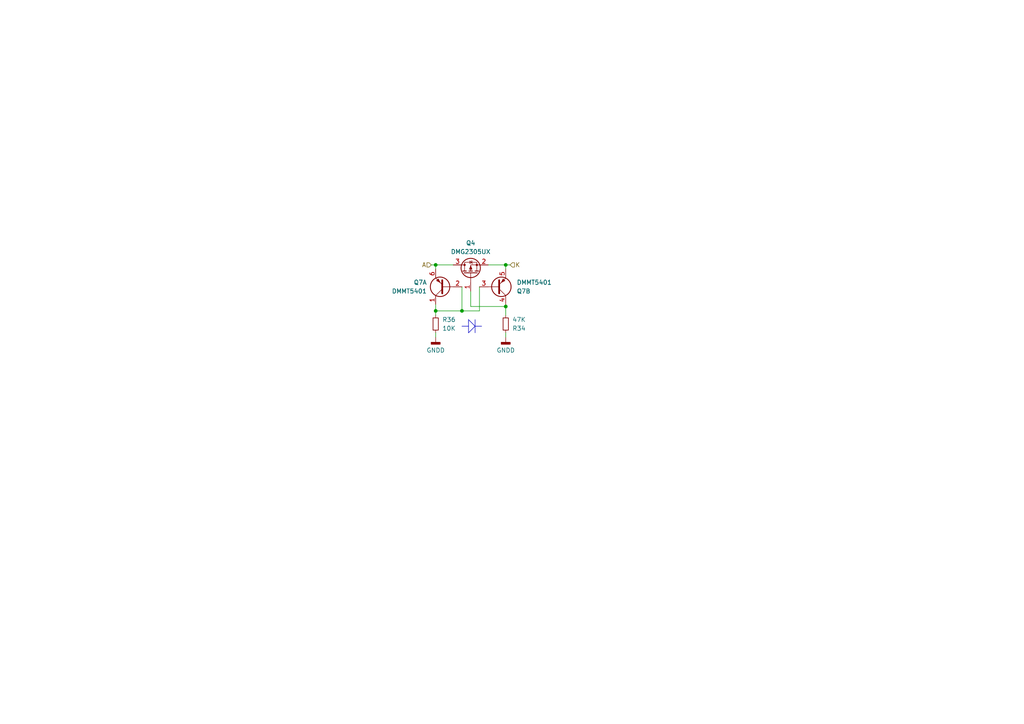
<source format=kicad_sch>
(kicad_sch (version 20231120) (generator "eeschema") (generator_version "8.0")
  (paper "A4")
  (lib_symbols
    (symbol "Device:Q_Dual_PNP_PNP_C1B1B2C2E2E1" (pin_names (offset 0) hide)
      (property "Reference" "Q" (at 5.08 1.27 0))
      (property "Value" "Q_Dual_PNP_PNP_C1B1B2C2E2E1" (at 5.08 -1.27 0))
      (symbol "Q_Dual_PNP_PNP_C1B1B2C2E2E1_0_1"
        (polyline (pts (xy 0.635 0) (xy -2.54 0)))
        (polyline (pts (xy 0.635 0.635) (xy 2.54 2.54)))
        (polyline (pts (xy 0.635 -0.635) (xy 2.54 -2.54) (xy 2.54 -2.54)))
        (polyline (pts (xy 0.635 1.905) (xy 0.635 -1.905) (xy 0.635 -1.905)) (stroke (width 0.508)))
        (polyline (pts (xy 2.286 -1.778) (xy 1.778 -2.286) (xy 1.27 -1.27) (xy 2.286 -1.778) (xy 2.286 -1.778)) (fill (type outline)))
        (circle (center 1.27 0) (radius 2.8194) (stroke (width 0.254)))
      )
      (symbol "Q_Dual_PNP_PNP_C1B1B2C2E2E1_1_1"
        (pin passive line (at 2.54 5.08 270) (length 2.54) (name "C1") (number "1"))
        (pin input line (at -5.08 0 0) (length 2.54) (name "B1") (number "2"))
        (pin passive line (at 2.54 -5.08 90) (length 2.54) (name "E1") (number "6"))
      )
      (symbol "Q_Dual_PNP_PNP_C1B1B2C2E2E1_2_1"
        (pin input line (at -5.08 0 0) (length 2.54) (name "B2") (number "3"))
        (pin passive line (at 2.54 5.08 270) (length 2.54) (name "C2") (number "4"))
        (pin passive line (at 2.54 -5.08 90) (length 2.54) (name "E2") (number "5"))
      )
    )
    (symbol "Device:Q_PMOS_GSD" (pin_names (offset 0) hide)
      (property "Reference" "Q" (at 5.08 1.27 0))
      (property "Value" "Q_PMOS_GSD" (at 5.08 -1.27 0))
      (symbol "Q_PMOS_GSD_0_1"
        (polyline (pts (xy 0.254 0) (xy -2.54 0)))
        (polyline (pts (xy 0.254 1.905) (xy 0.254 -1.905)) (stroke (width 0.254)))
        (polyline (pts (xy 0.762 -1.27) (xy 0.762 -2.286)) (stroke (width 0.254)))
        (polyline (pts (xy 0.762 0.508) (xy 0.762 -0.508)) (stroke (width 0.254)))
        (polyline (pts (xy 0.762 2.286) (xy 0.762 1.27)) (stroke (width 0.254)))
        (polyline (pts (xy 2.54 2.54) (xy 2.54 1.778)))
        (polyline (pts (xy 2.54 -2.54) (xy 2.54 0) (xy 0.762 0)))
        (polyline (pts (xy 0.762 1.778) (xy 3.302 1.778) (xy 3.302 -1.778) (xy 0.762 -1.778)))
        (polyline (pts (xy 2.286 0) (xy 1.27 0.381) (xy 1.27 -0.381) (xy 2.286 0)) (fill (type outline)))
        (polyline (pts (xy 2.794 -0.508) (xy 2.921 -0.381) (xy 3.683 -0.381) (xy 3.81 -0.254)))
        (polyline (pts (xy 3.302 -0.381) (xy 2.921 0.254) (xy 3.683 0.254) (xy 3.302 -0.381)))
        (circle (center 1.651 0) (radius 2.794) (stroke (width 0.254)))
        (circle (center 2.54 -1.778) (radius 0.254) (fill (type outline)))
        (circle (center 2.54 1.778) (radius 0.254) (fill (type outline)))
      )
      (symbol "Q_PMOS_GSD_1_1"
        (pin input line (at -5.08 0 0) (length 2.54) (name "G") (number "1"))
        (pin passive line (at 2.54 -5.08 90) (length 2.54) (name "S") (number "2"))
        (pin passive line (at 2.54 5.08 270) (length 2.54) (name "D") (number "3"))
      )
    )
    (symbol "Device:R_Small" (pin_numbers hide) (pin_names (offset 0.254) hide)
      (property "Reference" "R" (at 0.762 0.508 0))
      (property "Value" "R_Small" (at 0.762 -1.016 0))
      (symbol "R_Small_0_1"
        (rectangle (start -0.762 1.778) (end 0.762 -1.778) (stroke (width 0.2032)))
      )
      (symbol "R_Small_1_1"
        (pin passive line (at 0 2.54 270) (length 0.762) (name "~") (number "1"))
        (pin passive line (at 0 -2.54 90) (length 0.762) (name "~") (number "2"))
      )
    )
    (symbol "power:GNDD" (power) (pin_names (offset 0))
      (property "Value" "GNDD" (at 0 -3.175 0))
      (symbol "GNDD_0_1"
        (rectangle (start -1.27 -1.524) (end 1.27 -2.032) (stroke (width 0.254)) (fill (type outline)))
        (polyline (pts (xy 0 0) (xy 0 -1.524)))
      )
      (symbol "GNDD_1_1"
        (pin power_in line (at 0 0 270) (length 0) hide (name "GNDD") (number "1"))
      )
    )
  )
  (junction (at 126.365 90.17))
  (junction (at 133.985 90.17))
  (junction (at 146.685 88.9))
  (junction (at 146.685 76.835))
  (junction (at 126.365 76.835))
  (polyline (pts (xy 137.795 94.615) (xy 139.7 94.615)))
  (wire (pts (xy 146.685 88.9) (xy 146.685 91.44)))
  (wire (pts (xy 136.525 88.9) (xy 146.685 88.9)))
  (wire (pts (xy 146.685 88.9) (xy 146.685 88.265)))
  (wire (pts (xy 139.065 83.185) (xy 139.065 90.17)))
  (polyline (pts (xy 133.985 94.615) (xy 135.89 94.615)))
  (wire (pts (xy 126.365 90.17) (xy 133.985 90.17)))
  (polyline (pts (xy 137.795 94.615) (xy 135.89 92.71)))
  (wire (pts (xy 126.365 90.17) (xy 126.365 91.44)))
  (wire (pts (xy 146.685 76.835) (xy 147.955 76.835)))
  (wire (pts (xy 146.685 76.835) (xy 146.685 78.105)))
  (polyline (pts (xy 135.89 93.345) (xy 135.89 96.52)))
  (polyline (pts (xy 137.795 92.71) (xy 137.795 96.52)))
  (wire (pts (xy 136.525 84.455) (xy 136.525 88.9)))
  (wire (pts (xy 133.985 83.185) (xy 133.985 90.17)))
  (polyline (pts (xy 135.89 96.52) (xy 137.795 94.615)))
  (wire (pts (xy 133.985 90.17) (xy 139.065 90.17)))
  (wire (pts (xy 141.605 76.835) (xy 146.685 76.835)))
  (wire (pts (xy 126.365 76.835) (xy 126.365 78.105)))
  (wire (pts (xy 146.685 96.52) (xy 146.685 97.79)))
  (wire (pts (xy 125.095 76.835) (xy 126.365 76.835)))
  (wire (pts (xy 131.445 76.835) (xy 126.365 76.835)))
  (wire (pts (xy 126.365 88.265) (xy 126.365 90.17)))
  (polyline (pts (xy 135.89 92.71) (xy 135.89 93.345)))
  (wire (pts (xy 126.365 96.52) (xy 126.365 97.79)))
  (hierarchical_label "A" (shape input) (at 125.095 76.835 180))
  (hierarchical_label "K" (shape input) (at 147.955 76.835 0))
  (symbol (lib_id "Device:R_Small") (at 126.365 93.98 0) (unit 1)
    (property "Reference" "R36" (at 128.27 92.71 0) (effects (justify left)))
    (property "Value" "10K" (at 128.27 95.25 0) (effects (justify left)))
    (property "Footprint" "Resistor_SMD:R_0805_2012Metric" (effects (hide yes)))
    (property "LCSC" "C17414" (effects (hide yes)))
    (property "Inventory" "B" (effects (hide yes)))
  )
  (symbol (lib_id "Device:Q_Dual_PNP_PNP_C1B1B2C2E2E1") (at 144.145 83.185 0) (mirror x) (unit 2)
    (property "Reference" "Q7" (at 149.86 84.455 0) (effects (justify left)))
    (property "Value" "DMMT5401" (at 149.86 81.915 0) (effects (justify left)))
    (property "Footprint" "Package_TO_SOT_SMD:SOT-23-6" (effects (hide yes)))
    (property "Datasheet" "https://www.diodes.com/assets/Datasheets/ds30437.pdf" (effects (hide yes)))
    (property "LCSC" "C154733" (effects (hide yes)))
    (property "Inventory" "E" (effects (hide yes)))
  )
  (symbol (lib_id "Device:Q_Dual_PNP_PNP_C1B1B2C2E2E1") (at 128.905 83.185 180) (unit 1)
    (property "Reference" "Q7" (at 123.825 81.915 0) (effects (justify left)))
    (property "Value" "DMMT5401" (at 123.825 84.455 0) (effects (justify left)))
    (property "Footprint" "Package_TO_SOT_SMD:SOT-23-6" (effects (hide yes)))
    (property "Datasheet" "https://www.diodes.com/assets/Datasheets/ds30437.pdf" (effects (hide yes)))
    (property "LCSC" "C154733" (effects (hide yes)))
    (property "Inventory" "E" (effects (hide yes)))
  )
  (symbol (lib_id "power:GNDD") (at 126.365 97.79 0) (unit 1)
    (property "Reference" "#PWR013" (effects (hide yes)))
    (property "Value" "GNDD" (at 126.365 101.6 0))
  )
  (symbol (lib_id "Device:R_Small") (at 146.685 93.98 0) (mirror x) (unit 1)
    (property "Reference" "R34" (at 148.59 95.25 0) (effects (justify left)))
    (property "Value" "47K" (at 148.59 92.71 0) (effects (justify left)))
    (property "Footprint" "Resistor_SMD:R_0805_2012Metric" (effects (hide yes)))
    (property "LCSC" "C17713" (effects (hide yes)))
    (property "Inventory" "B" (effects (hide yes)))
  )
  (symbol (lib_id "Device:Q_PMOS_GSD") (at 136.525 79.375 90) (unit 1)
    (property "Reference" "Q4" (at 136.525 70.485 90))
    (property "Value" "DMG2305UX" (at 136.525 73.025 90))
    (property "Footprint" "Package_TO_SOT_SMD:SOT-23" (effects (hide yes)))
    (property "Datasheet" "https://datasheet.lcsc.com/lcsc/2201241630_TECH-PUBLIC-DMG2305UX_C2940629.pdf" (effects (hide yes)))
    (property "LCSC" "C2940629" (effects (hide yes)))
    (property "Inventory" "E" (effects (hide yes)))
  )
  (symbol (lib_id "power:GNDD") (at 146.685 97.79 0) (unit 1)
    (property "Reference" "#PWR014" (effects (hide yes)))
    (property "Value" "GNDD" (at 146.685 101.6 0))
  )
)
</source>
